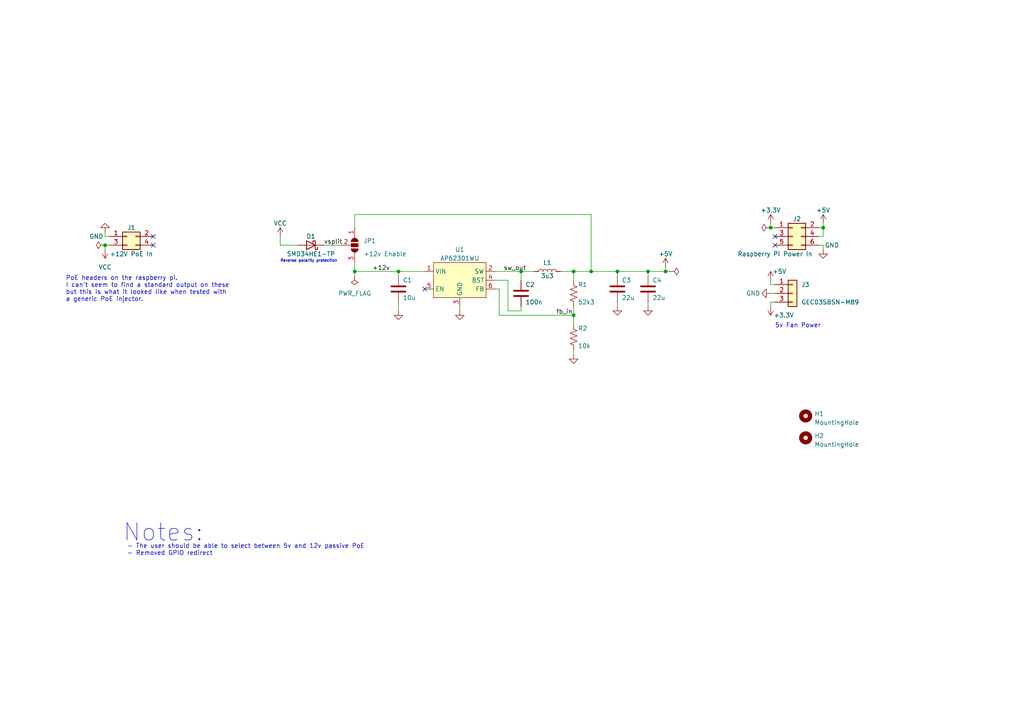
<source format=kicad_sch>
(kicad_sch (version 20230121) (generator eeschema)
  (paper "A4")
  (title_block (title "BuckarooHAT for Raspberry Pi 3/4 B(+)") (date "2023-03-28") (rev "2") (company "Designer: Nick C."))
  (lib_symbols
    (symbol "BuckarooHAT:AP62301WU"
      (property "Reference" "U" (at 0 8.89 0))
      (property "Value" "AP62301WU" (at 0 6.35 0))
      (symbol "AP62301WU_0_1"
        (rectangle (start -7.62 5.08) (end 7.62 -5.08) (fill (type background)))
      )
      (symbol "AP62301WU_1_1"
        (pin power_in line (at -10.16 2.54 0) (length 2.54) (name "VIN") (number "1"))
        (pin power_out line (at 10.16 2.54 180) (length 2.54) (name "SW") (number "2"))
        (pin power_out line (at 0 -7.62 90) (length 2.54) (name "GND") (number "3"))
        (pin passive line (at 10.16 0 180) (length 2.54) (name "BST") (number "4"))
        (pin input line (at -10.16 -2.54 0) (length 2.54) (name "EN") (number "5"))
        (pin input line (at 10.16 -2.54 180) (length 2.54) (name "FB") (number "6"))
      )
    )
    (symbol "Connector_Generic:Conn_01x03" (pin_names (offset 1.016) hide)
      (property "Reference" "J" (at 0 5.08 0))
      (property "Value" "Conn_01x03" (at 0 -5.08 0))
      (symbol "Conn_01x03_1_1"
        (rectangle (start -1.27 -2.413) (end 0 -2.667) (stroke (width 0.1524)))
        (rectangle (start -1.27 0.127) (end 0 -0.127) (stroke (width 0.1524)))
        (rectangle (start -1.27 2.667) (end 0 2.413) (stroke (width 0.1524)))
        (rectangle (start -1.27 3.81) (end 1.27 -3.81) (stroke (width 0.254)) (fill (type background)))
        (pin passive line (at -5.08 2.54 0) (length 3.81) (name "Pin_1") (number "1"))
        (pin passive line (at -5.08 0 0) (length 3.81) (name "Pin_2") (number "2"))
        (pin passive line (at -5.08 -2.54 0) (length 3.81) (name "Pin_3") (number "3"))
      )
    )
    (symbol "Connector_Generic:Conn_02x02_Odd_Even" (pin_names (offset 1.016) hide)
      (property "Reference" "J" (at 1.27 2.54 0))
      (property "Value" "Conn_02x02_Odd_Even" (at 1.27 -5.08 0))
      (symbol "Conn_02x02_Odd_Even_1_1"
        (rectangle (start -1.27 -2.413) (end 0 -2.667) (stroke (width 0.1524)))
        (rectangle (start -1.27 0.127) (end 0 -0.127) (stroke (width 0.1524)))
        (rectangle (start -1.27 1.27) (end 3.81 -3.81) (stroke (width 0.254)) (fill (type background)))
        (rectangle (start 3.81 -2.413) (end 2.54 -2.667) (stroke (width 0.1524)))
        (rectangle (start 3.81 0.127) (end 2.54 -0.127) (stroke (width 0.1524)))
        (pin passive line (at -5.08 0 0) (length 3.81) (name "Pin_1") (number "1"))
        (pin passive line (at 7.62 0 180) (length 3.81) (name "Pin_2") (number "2"))
        (pin passive line (at -5.08 -2.54 0) (length 3.81) (name "Pin_3") (number "3"))
        (pin passive line (at 7.62 -2.54 180) (length 3.81) (name "Pin_4") (number "4"))
      )
    )
    (symbol "Connector_Generic:Conn_02x03_Odd_Even" (pin_names (offset 1.016) hide)
      (property "Reference" "J" (at 1.27 5.08 0))
      (property "Value" "Conn_02x03_Odd_Even" (at 1.27 -5.08 0))
      (symbol "Conn_02x03_Odd_Even_1_1"
        (rectangle (start -1.27 -2.413) (end 0 -2.667) (stroke (width 0.1524)))
        (rectangle (start -1.27 0.127) (end 0 -0.127) (stroke (width 0.1524)))
        (rectangle (start -1.27 2.667) (end 0 2.413) (stroke (width 0.1524)))
        (rectangle (start -1.27 3.81) (end 3.81 -3.81) (stroke (width 0.254)) (fill (type background)))
        (rectangle (start 3.81 -2.413) (end 2.54 -2.667) (stroke (width 0.1524)))
        (rectangle (start 3.81 0.127) (end 2.54 -0.127) (stroke (width 0.1524)))
        (rectangle (start 3.81 2.667) (end 2.54 2.413) (stroke (width 0.1524)))
        (pin passive line (at -5.08 2.54 0) (length 3.81) (name "Pin_1") (number "1"))
        (pin passive line (at 7.62 2.54 180) (length 3.81) (name "Pin_2") (number "2"))
        (pin passive line (at -5.08 0 0) (length 3.81) (name "Pin_3") (number "3"))
        (pin passive line (at 7.62 0 180) (length 3.81) (name "Pin_4") (number "4"))
        (pin passive line (at -5.08 -2.54 0) (length 3.81) (name "Pin_5") (number "5"))
        (pin passive line (at 7.62 -2.54 180) (length 3.81) (name "Pin_6") (number "6"))
      )
    )
    (symbol "Device:C" (pin_numbers hide) (pin_names (offset 0.254))
      (property "Reference" "C" (at 0.635 2.54 0))
      (property "Value" "C" (at 0.635 -2.54 0))
      (symbol "C_0_1"
        (polyline (pts (xy -2.032 -0.762) (xy 2.032 -0.762)) (stroke (width 0.508)))
        (polyline (pts (xy -2.032 0.762) (xy 2.032 0.762)) (stroke (width 0.508)))
      )
      (symbol "C_1_1"
        (pin passive line (at 0 3.81 270) (length 2.794) (name "~") (number "1"))
        (pin passive line (at 0 -3.81 90) (length 2.794) (name "~") (number "2"))
      )
    )
    (symbol "Device:D_Schottky" (pin_numbers hide) (pin_names (offset 1.016) hide)
      (property "Reference" "D" (at 0 2.54 0))
      (property "Value" "D_Schottky" (at 0 -2.54 0))
      (symbol "D_Schottky_0_1"
        (polyline (pts (xy 1.27 0) (xy -1.27 0)))
        (polyline (pts (xy 1.27 1.27) (xy 1.27 -1.27) (xy -1.27 0) (xy 1.27 1.27)) (stroke (width 0.254)))
        (polyline (pts (xy -1.905 0.635) (xy -1.905 1.27) (xy -1.27 1.27) (xy -1.27 -1.27) (xy -0.635 -1.27) (xy -0.635 -0.635)) (stroke (width 0.254)))
      )
      (symbol "D_Schottky_1_1"
        (pin passive line (at -3.81 0 0) (length 2.54) (name "K") (number "1"))
        (pin passive line (at 3.81 0 180) (length 2.54) (name "A") (number "2"))
      )
    )
    (symbol "Device:L" (pin_numbers hide) (pin_names (offset 1.016) hide)
      (property "Reference" "L" (at -1.27 0 90))
      (property "Value" "L" (at 1.905 0 90))
      (symbol "L_0_1"
        (arc (start 0 -2.54) (mid 0.6323 -1.905) (end 0 -1.27))
        (arc (start 0 -1.27) (mid 0.6323 -0.635) (end 0 0))
        (arc (start 0 0) (mid 0.6323 0.635) (end 0 1.27))
        (arc (start 0 1.27) (mid 0.6323 1.905) (end 0 2.54))
      )
      (symbol "L_1_1"
        (pin passive line (at 0 3.81 270) (length 1.27) (name "1") (number "1"))
        (pin passive line (at 0 -3.81 90) (length 1.27) (name "2") (number "2"))
      )
    )
    (symbol "Device:R_US" (pin_numbers hide) (pin_names (offset 0))
      (property "Reference" "R" (at 2.54 0 90))
      (property "Value" "R_US" (at -2.54 0 90))
      (symbol "R_US_0_1"
        (polyline (pts (xy 0 -2.286) (xy 0 -2.54)))
        (polyline (pts (xy 0 2.286) (xy 0 2.54)))
        (polyline (pts (xy 0 -0.762) (xy 1.016 -1.143) (xy 0 -1.524) (xy -1.016 -1.905) (xy 0 -2.286)))
        (polyline (pts (xy 0 0.762) (xy 1.016 0.381) (xy 0 0) (xy -1.016 -0.381) (xy 0 -0.762)))
        (polyline (pts (xy 0 2.286) (xy 1.016 1.905) (xy 0 1.524) (xy -1.016 1.143) (xy 0 0.762)))
      )
      (symbol "R_US_1_1"
        (pin passive line (at 0 3.81 270) (length 1.27) (name "~") (number "1"))
        (pin passive line (at 0 -3.81 90) (length 1.27) (name "~") (number "2"))
      )
    )
    (symbol "Jumper:SolderJumper_3_Open" (pin_names (offset 0) hide)
      (property "Reference" "JP" (at -2.54 -2.54 0))
      (property "Value" "SolderJumper_3_Open" (at 0 2.794 0))
      (symbol "SolderJumper_3_Open_0_1"
        (arc (start -1.016 1.016) (mid -2.0276 0) (end -1.016 -1.016))
        (arc (start -1.016 1.016) (mid -2.0276 0) (end -1.016 -1.016) (fill (type outline)))
        (rectangle (start -0.508 1.016) (end 0.508 -1.016) (fill (type outline)))
        (polyline (pts (xy -2.54 0) (xy -2.032 0)))
        (polyline (pts (xy -1.016 1.016) (xy -1.016 -1.016)))
        (polyline (pts (xy 0 -1.27) (xy 0 -1.016)))
        (polyline (pts (xy 1.016 1.016) (xy 1.016 -1.016)))
        (polyline (pts (xy 2.54 0) (xy 2.032 0)))
        (arc (start 1.016 -1.016) (mid 2.0276 0) (end 1.016 1.016))
        (arc (start 1.016 -1.016) (mid 2.0276 0) (end 1.016 1.016) (fill (type outline)))
      )
      (symbol "SolderJumper_3_Open_1_1"
        (pin passive line (at -5.08 0 0) (length 2.54) (name "A") (number "1"))
        (pin passive line (at 0 -3.81 90) (length 2.54) (name "C") (number "2"))
        (pin passive line (at 5.08 0 180) (length 2.54) (name "B") (number "3"))
      )
    )
    (symbol "Mechanical:MountingHole" (pin_names (offset 1.016))
      (property "Reference" "H" (at 0 5.08 0))
      (property "Value" "MountingHole" (at 0 3.175 0))
      (symbol "MountingHole_0_1"
        (circle (center 0 0) (radius 1.27) (stroke (width 1.27)))
      )
    )
    (symbol "power:+3.3V" (power) (pin_names (offset 0))
      (property "Value" "+3.3V" (at 0 3.556 0))
      (symbol "+3.3V_0_1"
        (polyline (pts (xy -0.762 1.27) (xy 0 2.54)))
        (polyline (pts (xy 0 0) (xy 0 2.54)))
        (polyline (pts (xy 0 2.54) (xy 0.762 1.27)))
      )
      (symbol "+3.3V_1_1"
        (pin power_in line (at 0 0 90) (length 0) hide (name "+3.3V") (number "1"))
      )
    )
    (symbol "power:+5V" (power) (pin_names (offset 0))
      (property "Value" "+5V" (at 0 3.556 0))
      (symbol "+5V_0_1"
        (polyline (pts (xy -0.762 1.27) (xy 0 2.54)))
        (polyline (pts (xy 0 0) (xy 0 2.54)))
        (polyline (pts (xy 0 2.54) (xy 0.762 1.27)))
      )
      (symbol "+5V_1_1"
        (pin power_in line (at 0 0 90) (length 0) hide (name "+5V") (number "1"))
      )
    )
    (symbol "power:GND" (power) (pin_names (offset 0))
      (property "Value" "GND" (at 0 -3.81 0))
      (symbol "GND_0_1"
        (polyline (pts (xy 0 0) (xy 0 -1.27) (xy 1.27 -1.27) (xy 0 -2.54) (xy -1.27 -1.27) (xy 0 -1.27)))
      )
      (symbol "GND_1_1"
        (pin power_in line (at 0 0 270) (length 0) hide (name "GND") (number "1"))
      )
    )
    (symbol "power:PWR_FLAG" (power) (pin_numbers hide) (pin_names (offset 0) hide)
      (property "Value" "PWR_FLAG" (at 0 3.81 0))
      (symbol "PWR_FLAG_0_0"
        (pin power_out line (at 0 0 90) (length 0) (name "pwr") (number "1"))
      )
      (symbol "PWR_FLAG_0_1"
        (polyline (pts (xy 0 0) (xy 0 1.27) (xy -1.016 1.905) (xy 0 2.54) (xy 1.016 1.905) (xy 0 1.27)))
      )
    )
    (symbol "power:VCC" (power) (pin_names (offset 0))
      (property "Value" "VCC" (at 0 3.81 0))
      (symbol "VCC_0_1"
        (polyline (pts (xy -0.762 1.27) (xy 0 2.54)))
        (polyline (pts (xy 0 0) (xy 0 2.54)))
        (polyline (pts (xy 0 2.54) (xy 0.762 1.27)))
      )
      (symbol "VCC_1_1"
        (pin power_in line (at 0 0 90) (length 0) hide (name "VCC") (number "1"))
      )
    )
  )
  (junction (at 151.13 78.74))
  (junction (at 193.04 78.74))
  (junction (at 166.37 91.44))
  (junction (at 238.76 66.04))
  (junction (at 30.48 71.12))
  (junction (at 115.57 78.74))
  (junction (at 179.07 78.74))
  (junction (at 187.96 78.74))
  (junction (at 166.37 78.74))
  (junction (at 223.52 66.04))
  (junction (at 171.45 78.74))
  (junction (at 102.87 78.74))
  (no_connect (at 224.79 68.58))
  (no_connect (at 44.45 71.12))
  (no_connect (at 224.79 71.12))
  (no_connect (at 123.19 83.82))
  (no_connect (at 44.45 68.58))
  (wire (pts (xy 102.87 80.01) (xy 102.87 78.74)))
  (wire (pts (xy 133.35 88.9) (xy 133.35 90.17)))
  (wire (pts (xy 166.37 91.44) (xy 166.37 93.98)))
  (wire (pts (xy 166.37 88.9) (xy 166.37 91.44)))
  (wire (pts (xy 81.28 71.12) (xy 86.36 71.12)))
  (wire (pts (xy 144.78 83.82) (xy 144.78 91.44)))
  (wire (pts (xy 238.76 64.77) (xy 238.76 66.04)))
  (wire (pts (xy 102.87 78.74) (xy 102.87 76.2)))
  (wire (pts (xy 224.79 87.63) (xy 223.52 87.63)))
  (wire (pts (xy 30.48 68.58) (xy 31.75 68.58)))
  (wire (pts (xy 93.98 71.12) (xy 99.06 71.12)))
  (wire (pts (xy 30.48 67.31) (xy 30.48 68.58)))
  (wire (pts (xy 102.87 78.74) (xy 115.57 78.74)))
  (wire (pts (xy 166.37 101.6) (xy 166.37 102.87)))
  (wire (pts (xy 179.07 78.74) (xy 179.07 80.01)))
  (wire (pts (xy 187.96 87.63) (xy 187.96 88.9)))
  (wire (pts (xy 151.13 90.17) (xy 151.13 88.9)))
  (wire (pts (xy 179.07 78.74) (xy 171.45 78.74)))
  (wire (pts (xy 166.37 81.28) (xy 166.37 78.74)))
  (wire (pts (xy 115.57 80.01) (xy 115.57 78.74)))
  (wire (pts (xy 179.07 78.74) (xy 187.96 78.74)))
  (wire (pts (xy 147.32 90.17) (xy 151.13 90.17)))
  (wire (pts (xy 81.28 68.58) (xy 81.28 71.12)))
  (wire (pts (xy 238.76 68.58) (xy 238.76 66.04)))
  (wire (pts (xy 115.57 87.63) (xy 115.57 90.17)))
  (wire (pts (xy 238.76 66.04) (xy 237.49 66.04)))
  (wire (pts (xy 102.87 62.23) (xy 171.45 62.23)))
  (wire (pts (xy 223.52 66.04) (xy 223.52 64.77)))
  (wire (pts (xy 187.96 80.01) (xy 187.96 78.74)))
  (wire (pts (xy 171.45 62.23) (xy 171.45 78.74)))
  (wire (pts (xy 102.87 66.04) (xy 102.87 62.23)))
  (wire (pts (xy 223.52 81.28) (xy 223.52 82.55)))
  (wire (pts (xy 171.45 78.74) (xy 166.37 78.74)))
  (wire (pts (xy 143.51 81.28) (xy 147.32 81.28)))
  (wire (pts (xy 223.52 82.55) (xy 224.79 82.55)))
  (wire (pts (xy 194.31 78.74) (xy 193.04 78.74)))
  (wire (pts (xy 115.57 78.74) (xy 123.19 78.74)))
  (wire (pts (xy 223.52 87.63) (xy 223.52 88.9)))
  (wire (pts (xy 224.79 66.04) (xy 223.52 66.04)))
  (wire (pts (xy 143.51 83.82) (xy 144.78 83.82)))
  (wire (pts (xy 223.52 85.09) (xy 224.79 85.09)))
  (wire (pts (xy 179.07 88.9) (xy 179.07 87.63)))
  (wire (pts (xy 151.13 78.74) (xy 154.94 78.74)))
  (wire (pts (xy 144.78 91.44) (xy 166.37 91.44)))
  (wire (pts (xy 238.76 71.12) (xy 238.76 72.39)))
  (wire (pts (xy 31.75 71.12) (xy 30.48 71.12)))
  (wire (pts (xy 162.56 78.74) (xy 166.37 78.74)))
  (wire (pts (xy 147.32 81.28) (xy 147.32 90.17)))
  (wire (pts (xy 237.49 71.12) (xy 238.76 71.12)))
  (wire (pts (xy 237.49 68.58) (xy 238.76 68.58)))
  (wire (pts (xy 151.13 81.28) (xy 151.13 78.74)))
  (wire (pts (xy 187.96 78.74) (xy 193.04 78.74)))
  (wire (pts (xy 143.51 78.74) (xy 151.13 78.74)))
  (wire (pts (xy 30.48 71.12) (xy 30.48 72.39)))
  (wire (pts (xy 193.04 78.74) (xy 193.04 77.47)))
  (text "PoE headers on the raspberry pi.\nI can't seem to find a standard output on these\nbut this is what it looked like when tested with\na generic PoE injector." (at 19.05 87.63 0) (effects (font (size 1.27 1.27)) (justify left bottom)))
  (text "Reverse polarity protection" (at 81.28 76.2 0) (effects (font (size 0.8 0.8)) (justify left bottom)))
  (text "- The user should be able to select between 5v and 12v passive PoE\n- Removed GPIO redirect" (at 36.83 161.29 0) (effects (font (size 1.27 1.27)) (justify left bottom)))
  (text "5v Fan Power" (at 224.79 95.25 0) (effects (font (size 1.27 1.27)) (justify left bottom)))
  (text "Notes:" (at 35.56 157.48 0) (effects (font (size 5 5)) (justify left bottom)))
  (label "fb_in" (at 161.29 91.44 0))
  (label "vsplit" (at 93.98 71.12 0))
  (label "+12v" (at 107.95 78.74 0))
  (label "sw_out" (at 146.05 78.74 0))
  (symbol (lib_id "power:GND") (at 133.35 90.17 0) (unit 1)
    (property "Reference" "#PWR05" (effects hide))
    (property "Value" "GND" (effects hide))
  )
  (symbol (lib_id "Device:L") (at 158.75 78.74 90) (unit 1)
    (property "Reference" "L1" (at 158.75 76.2 90))
    (property "Value" "3u3" (at 158.75 80.01 90))
    (property "Footprint" "Inductor_SMD:L_Taiyo-Yuden_NR-50xx_HandSoldering" (effects hide))
    (property "Datasheet" "https://www.yuden.co.jp/productdata/catalog/wound04_e.pdf" (effects hide))
    (property "ID" "NRS5040T3R3NMGJ" (effects hide))
  )
  (symbol (lib_id "power:GND") (at 115.57 90.17 0) (unit 1)
    (property "Reference" "#PWR04" (effects hide))
    (property "Value" "GND" (effects hide))
  )
  (symbol (lib_id "Mechanical:MountingHole") (at 233.68 120.65 0) (unit 1)
    (property "Reference" "H1" (at 236.22 120.015 0) (effects (justify left)))
    (property "Value" "MountingHole" (at 236.22 122.555 0) (effects (justify left)))
    (property "Footprint" "MountingHole:MountingHole_2.7mm_M2.5_ISO7380_Pad_TopBottom" (effects hide))
  )
  (symbol (lib_id "power:GND") (at 30.48 67.31 180) (unit 1)
    (property "Reference" "#PWR01" (effects hide))
    (property "Value" "GND" (at 27.94 68.58 0))
  )
  (symbol (lib_id "power:+5V") (at 223.52 81.28 0) (unit 1)
    (property "Reference" "#PWR011" (effects hide))
    (property "Value" "+5V" (at 226.06 78.74 0))
  )
  (symbol (lib_id "Mechanical:MountingHole") (at 233.68 127 0) (unit 1)
    (property "Reference" "H2" (at 236.22 126.365 0) (effects (justify left)))
    (property "Value" "MountingHole" (at 236.22 128.905 0) (effects (justify left)))
    (property "Footprint" "MountingHole:MountingHole_2.7mm_M2.5_ISO7380_Pad_TopBottom" (effects hide))
  )
  (symbol (lib_id "Device:D_Schottky") (at 90.17 71.12 180) (unit 1)
    (property "Reference" "D1" (at 90.17 68.58 0))
    (property "Value" "SMD34HE1-TP" (at 90.17 73.66 0))
    (property "Footprint" "BuckarooHAT:SMD34HE1-TP" (effects hide))
    (property "Datasheet" "https://www.mccsemi.com/pdf/Products/SMD34HE1%20THRU%20SMD320HE1(SOD-123HE1).pdf" (effects hide))
    (property "ID" "SMD34HE1-TP" (effects hide))
  )
  (symbol (lib_id "BuckarooHAT:AP62301WU") (at 133.35 81.28 0) (unit 1)
    (property "Reference" "U1" (at 133.35 72.39 0))
    (property "Value" "AP62301WU" (at 133.35 74.93 0))
    (property "Footprint" "Package_TO_SOT_SMD:SOT-23-6" (effects hide))
    (property "Datasheet" "https://www.diodes.com/assets/Datasheets/AP62300_AP62301_AP62300T.pdf" (effects hide))
    (property "ID" "AP62301WU" (effects hide))
  )
  (symbol (lib_id "power:GND") (at 187.96 88.9 0) (unit 1)
    (property "Reference" "#PWR08" (effects hide))
    (property "Value" "GND" (effects hide))
  )
  (symbol (lib_id "Connector_Generic:Conn_02x03_Odd_Even") (at 229.87 68.58 0) (unit 1)
    (property "Reference" "J2" (at 231.14 63.5 0))
    (property "Value" "Raspberry Pi Power In" (at 224.79 73.66 0))
    (property "Footprint" "BuckarooHAT:RS2BE-06-G-SMT" (effects hide))
    (property "Datasheet" "https://app.adam-tech.com/products/download/data_sheet/202748/rs2be-xx-g-smt-data-sheet.pdf" (effects hide))
    (property "ID" "RS2BE-06-G-SMT" (effects hide))
  )
  (symbol (lib_id "power:GND") (at 179.07 88.9 0) (unit 1)
    (property "Reference" "#PWR07" (effects hide))
    (property "Value" "GND" (effects hide))
  )
  (symbol (lib_id "Connector_Generic:Conn_02x02_Odd_Even") (at 36.83 68.58 0) (unit 1)
    (property "Reference" "J1" (at 38.1 66.04 0))
    (property "Value" "+12V PoE In" (at 38.1 73.66 0))
    (property "Footprint" "BuckarooHAT:RS2BE-04-G-SMT" (effects hide))
    (property "Datasheet" "https://app.adam-tech.com/products/download/data_sheet/202748/rs2be-xx-g-smt-data-sheet.pdf" (effects hide))
    (property "ID" "RS2BE-04-G-SMT" (effects hide))
  )
  (symbol (lib_id "power:PWR_FLAG") (at 194.31 78.74 270) (unit 1)
    (property "Reference" "#FLG04" (effects hide))
    (property "Value" "PWR_FLAG" (effects hide))
  )
  (symbol (lib_id "Device:C") (at 179.07 83.82 0) (unit 1)
    (property "Reference" "C3" (at 180.34 81.28 0) (effects (justify left)))
    (property "Value" "22u" (at 180.34 86.36 0) (effects (justify left)))
    (property "Footprint" "Capacitor_SMD:C_0603_1608Metric_Pad1.08x0.95mm_HandSolder" (effects hide))
    (property "Datasheet" "https://media.digikey.com/pdf/Data%20Sheets/Samsung%20PDFs/CL10A226MP8NUNC_Spec.pdf" (effects hide))
    (property "ID" "CL10A226MP8NUNE" (effects hide))
  )
  (symbol (lib_id "power:GND") (at 166.37 102.87 0) (unit 1)
    (property "Reference" "#PWR06" (effects hide))
    (property "Value" "GND" (effects hide))
  )
  (symbol (lib_id "power:+3.3V") (at 223.52 64.77 0) (unit 1)
    (property "Reference" "#PWR010" (effects hide))
    (property "Value" "+3.3V" (at 223.52 60.96 0))
  )
  (symbol (lib_id "Device:C") (at 151.13 85.09 0) (unit 1)
    (property "Reference" "C2" (at 152.4 82.55 0) (effects (justify left)))
    (property "Value" "100n" (at 152.4 87.63 0) (effects (justify left)))
    (property "Footprint" "Capacitor_SMD:C_0603_1608Metric_Pad1.08x0.95mm_HandSolder" (effects hide))
    (property "Datasheet" "https://media.digikey.com/pdf/Data%20Sheets/Samsung%20PDFs/CL10B104KB8NNWC_Spec.pdf" (effects hide))
    (property "ID" "CL10B104KB8NNWC" (effects hide))
  )
  (symbol (lib_id "power:PWR_FLAG") (at 30.48 71.12 90) (unit 1)
    (property "Reference" "#FLG03" (effects hide))
    (property "Value" "PWR_FLAG" (effects hide))
  )
  (symbol (lib_id "power:+3.3V") (at 223.52 88.9 180) (unit 1)
    (property "Reference" "#PWR013" (effects hide))
    (property "Value" "+3.3V" (at 227.33 91.44 0))
  )
  (symbol (lib_id "power:+5V") (at 238.76 64.77 0) (unit 1)
    (property "Reference" "#PWR014" (effects hide))
    (property "Value" "+5V" (at 238.76 60.96 0))
  )
  (symbol (lib_id "power:PWR_FLAG") (at 102.87 80.01 180) (unit 1)
    (property "Reference" "#FLG01" (effects hide))
    (property "Value" "PWR_FLAG" (at 102.87 85.09 0))
  )
  (symbol (lib_id "Jumper:SolderJumper_3_Open") (at 102.87 71.12 270) (unit 1)
    (property "Reference" "JP1" (at 105.41 69.85 90) (effects (justify left)))
    (property "Value" "+12v Enable" (at 105.41 73.66 90) (effects (justify left)))
    (property "Footprint" "Jumper:SolderJumper-3_P1.3mm_Open_RoundedPad1.0x1.5mm_NumberLabels" (effects hide))
  )
  (symbol (lib_id "Device:R_US") (at 166.37 97.79 0) (unit 1)
    (property "Reference" "R2" (at 167.64 95.25 0) (effects (justify left)))
    (property "Value" "10k" (at 167.64 100.33 0) (effects (justify left)))
    (property "Footprint" "Resistor_SMD:R_0603_1608Metric_Pad0.98x0.95mm_HandSolder" (effects hide))
    (property "Datasheet" "https://www.yageo.com/upload/media/product/productsearch/datasheet/rchip/PYu-RC_Group_51_RoHS_L_12.pdf" (effects hide))
    (property "ID" "RC0603FR-0710KL" (effects hide))
  )
  (symbol (lib_id "Device:C") (at 115.57 83.82 0) (unit 1)
    (property "Reference" "C1" (at 116.84 81.28 0) (effects (justify left)))
    (property "Value" "10u" (at 116.84 86.36 0) (effects (justify left)))
    (property "Footprint" "Capacitor_SMD:C_0805_2012Metric_Pad1.18x1.45mm_HandSolder" (effects hide))
    (property "Datasheet" "https://source.z2data.com/2016/11/28/0/19/29/949/3083991/s_cl21a106kaynnne.pdf" (effects hide))
    (property "ID" "CL21A106KAYNNNE" (effects hide))
  )
  (symbol (lib_id "power:GND") (at 223.52 85.09 270) (unit 1)
    (property "Reference" "#PWR012" (effects hide))
    (property "Value" "GND" (at 218.44 85.09 90))
  )
  (symbol (lib_id "power:GND") (at 238.76 72.39 0) (unit 1)
    (property "Reference" "#PWR015" (effects hide))
    (property "Value" "GND" (at 241.3 71.12 0))
  )
  (symbol (lib_id "power:+5V") (at 193.04 77.47 0) (unit 1)
    (property "Reference" "#PWR09" (effects hide))
    (property "Value" "+5V" (at 193.04 73.66 0))
  )
  (symbol (lib_id "Device:R_US") (at 166.37 85.09 0) (unit 1)
    (property "Reference" "R1" (at 167.64 82.55 0) (effects (justify left)))
    (property "Value" "52k3" (at 167.64 87.63 0) (effects (justify left)))
    (property "Footprint" "Resistor_SMD:R_0603_1608Metric_Pad0.98x0.95mm_HandSolder" (effects hide))
    (property "Datasheet" "https://www.yageo.com/upload/media/product/productsearch/datasheet/rchip/PYu-RC_Group_51_RoHS_L_12.pdf" (effects hide))
    (property "ID" "RC0603FR-0752K3L" (effects hide))
  )
  (symbol (lib_id "Device:C") (at 187.96 83.82 0) (unit 1)
    (property "Reference" "C4" (at 189.23 81.28 0) (effects (justify left)))
    (property "Value" "22u" (at 189.23 86.36 0) (effects (justify left)))
    (property "Footprint" "Capacitor_SMD:C_0603_1608Metric_Pad1.08x0.95mm_HandSolder" (effects hide))
    (property "Datasheet" "https://media.digikey.com/pdf/Data%20Sheets/Samsung%20PDFs/CL10A226MP8NUNC_Spec.pdf" (effects hide))
    (property "ID" "CL10A226MP8NUNE" (effects hide))
  )
  (symbol (lib_id "power:VCC") (at 81.28 68.58 0) (unit 1)
    (property "Reference" "#PWR03" (effects hide))
    (property "Value" "VCC" (at 81.28 64.77 0))
  )
  (symbol (lib_id "power:PWR_FLAG") (at 223.52 66.04 90) (unit 1)
    (property "Reference" "#FLG02" (effects hide))
    (property "Value" "PWR_FLAG" (effects hide))
  )
  (symbol (lib_id "power:VCC") (at 30.48 72.39 180) (unit 1)
    (property "Reference" "#PWR02" (effects hide))
    (property "Value" "VCC" (at 30.48 77.47 0))
  )
  (symbol (lib_id "Connector_Generic:Conn_01x03") (at 229.87 85.09 0) (unit 1)
    (property "Reference" "J3" (at 232.41 82.55 0) (effects (justify left)))
    (property "Value" "GEC03SBSN-M89" (at 232.41 87.63 0) (effects (justify left)))
    (property "Footprint" "BuckarooHAT:GEC03SBSN-M89" (effects hide))
    (property "Datasheet" "https://s3.amazonaws.com/catalogspreads-pdf/PAGE112-113%20.100%20MALE%20HDR.pdf" (effects hide))
  )
)
</source>
